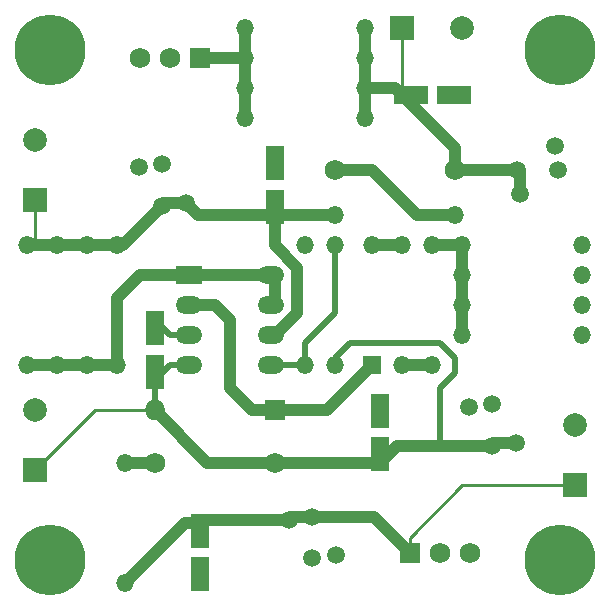
<source format=gtl>
G04 (created by PCBNEW (2013-07-07 BZR 4022)-stable) date 5/10/2015 12:25:42 PM*
%MOIN*%
G04 Gerber Fmt 3.4, Leading zero omitted, Abs format*
%FSLAX34Y34*%
G01*
G70*
G90*
G04 APERTURE LIST*
%ADD10C,0.00590551*%
%ADD11R,0.069X0.069*%
%ADD12C,0.069*%
%ADD13O,0.059X0.059*%
%ADD14R,0.059X0.059*%
%ADD15R,0.0885X0.059*%
%ADD16O,0.0885X0.059*%
%ADD17O,0.069X0.069*%
%ADD18C,0.23622*%
%ADD19R,0.059X0.114*%
%ADD20R,0.114X0.059*%
%ADD21C,0.059*%
%ADD22R,0.079X0.079*%
%ADD23C,0.079*%
%ADD24C,0.02*%
%ADD25C,0.04*%
%ADD26C,0.01*%
G04 APERTURE END LIST*
G54D10*
G54D11*
X70250Y-61500D03*
G54D12*
X68250Y-61500D03*
X69250Y-61500D03*
G54D11*
X77250Y-78000D03*
G54D12*
X79250Y-78000D03*
X78250Y-78000D03*
G54D13*
X74750Y-66750D03*
X78750Y-66750D03*
X71750Y-61500D03*
X75750Y-61500D03*
X71750Y-62500D03*
X75750Y-62500D03*
X67750Y-79000D03*
X67750Y-75000D03*
X71750Y-63500D03*
X75750Y-63500D03*
X71750Y-60500D03*
X75750Y-60500D03*
X77000Y-71750D03*
X77000Y-67750D03*
X78000Y-67750D03*
X78000Y-71750D03*
X74750Y-67750D03*
X74750Y-71750D03*
X73750Y-67750D03*
X73750Y-71750D03*
X83000Y-67750D03*
X79000Y-67750D03*
X76000Y-67750D03*
G54D14*
X76000Y-71750D03*
G54D13*
X83000Y-68750D03*
X79000Y-68750D03*
X64500Y-67750D03*
X64500Y-71750D03*
X67500Y-67750D03*
X67500Y-71750D03*
X66500Y-67750D03*
X66500Y-71750D03*
X65500Y-67750D03*
X65500Y-71750D03*
X83000Y-69750D03*
X79000Y-69750D03*
X83000Y-70750D03*
X79000Y-70750D03*
G54D12*
X72750Y-75000D03*
X68750Y-75000D03*
X78750Y-65250D03*
X74750Y-65250D03*
G54D15*
X69897Y-68750D03*
G54D16*
X69897Y-69750D03*
X69897Y-70750D03*
X69897Y-71750D03*
X72602Y-71750D03*
X72602Y-70750D03*
X72602Y-68750D03*
X72602Y-69750D03*
G54D11*
X72750Y-73250D03*
G54D17*
X68750Y-73250D03*
G54D18*
X65250Y-61250D03*
X82250Y-61250D03*
X65250Y-78250D03*
X82250Y-78250D03*
G54D19*
X72750Y-66475D03*
X72750Y-65025D03*
X76250Y-73275D03*
X76250Y-74725D03*
X70250Y-78725D03*
X70250Y-77275D03*
G54D20*
X77275Y-62750D03*
X78725Y-62750D03*
G54D21*
X69787Y-66340D03*
X68212Y-65159D03*
X69000Y-66438D03*
X69000Y-65061D03*
X79212Y-73159D03*
X80787Y-74340D03*
X80000Y-73061D03*
X80000Y-74438D03*
X74787Y-78090D03*
X73212Y-76909D03*
X74000Y-78188D03*
X74000Y-76811D03*
X80909Y-66037D03*
X82090Y-64462D03*
X80811Y-65250D03*
X82188Y-65250D03*
G54D22*
X82750Y-75750D03*
G54D23*
X82750Y-73750D03*
G54D22*
X64750Y-75250D03*
G54D23*
X64750Y-73250D03*
G54D22*
X64750Y-66250D03*
G54D23*
X64750Y-64250D03*
G54D22*
X77000Y-60500D03*
G54D23*
X79000Y-60500D03*
G54D19*
X68750Y-70525D03*
X68750Y-71975D03*
G54D24*
X74750Y-67750D02*
X74750Y-70000D01*
X73750Y-71000D02*
X73750Y-71750D01*
X74750Y-70000D02*
X73750Y-71000D01*
X72750Y-71750D02*
X73750Y-71750D01*
X68750Y-70250D02*
X69250Y-70750D01*
X69250Y-70750D02*
X69750Y-70750D01*
G54D25*
X72750Y-66750D02*
X72750Y-67750D01*
X73500Y-70000D02*
X72750Y-70750D01*
X73500Y-68500D02*
X73500Y-70000D01*
X72750Y-67750D02*
X73500Y-68500D01*
G54D26*
X64500Y-67750D02*
X64750Y-67500D01*
X64750Y-67500D02*
X64750Y-66250D01*
G54D25*
X69000Y-66438D02*
X67688Y-67750D01*
X67688Y-67750D02*
X67500Y-67750D01*
X66500Y-67750D02*
X67500Y-67750D01*
X65500Y-67750D02*
X66500Y-67750D01*
X64500Y-67750D02*
X65500Y-67750D01*
X69787Y-66340D02*
X70196Y-66750D01*
X70196Y-66750D02*
X72750Y-66750D01*
X69000Y-66438D02*
X69098Y-66340D01*
X69098Y-66340D02*
X69787Y-66340D01*
X72750Y-66750D02*
X74750Y-66750D01*
X72750Y-69750D02*
X72750Y-68750D01*
X69750Y-68750D02*
X72750Y-68750D01*
X67500Y-71750D02*
X67500Y-69500D01*
X68250Y-68750D02*
X69750Y-68750D01*
X67500Y-69500D02*
X68250Y-68750D01*
X66500Y-71750D02*
X67500Y-71750D01*
X65500Y-71750D02*
X66500Y-71750D01*
X64500Y-71750D02*
X65500Y-71750D01*
G54D24*
X68750Y-72250D02*
X68750Y-73250D01*
X69750Y-71750D02*
X69250Y-71750D01*
X69250Y-71750D02*
X68750Y-72250D01*
X74750Y-71750D02*
X74750Y-71500D01*
X78250Y-72500D02*
X78250Y-74438D01*
X78750Y-72000D02*
X78250Y-72500D01*
X78750Y-71500D02*
X78750Y-72000D01*
X78250Y-71000D02*
X78750Y-71500D01*
X75250Y-71000D02*
X78250Y-71000D01*
X74750Y-71500D02*
X75250Y-71000D01*
G54D25*
X72750Y-75000D02*
X76250Y-75000D01*
X76250Y-75000D02*
X76811Y-74438D01*
X76811Y-74438D02*
X78250Y-74438D01*
X78250Y-74438D02*
X80000Y-74438D01*
X80787Y-74340D02*
X80098Y-74340D01*
X80098Y-74340D02*
X80000Y-74438D01*
X68750Y-73250D02*
X70500Y-75000D01*
X70500Y-75000D02*
X72750Y-75000D01*
G54D26*
X64750Y-75250D02*
X66750Y-73250D01*
X66750Y-73250D02*
X68750Y-73250D01*
X77250Y-78000D02*
X77250Y-77500D01*
X79000Y-75750D02*
X82750Y-75750D01*
X77250Y-77500D02*
X79000Y-75750D01*
G54D25*
X74000Y-76811D02*
X76061Y-76811D01*
X76061Y-76811D02*
X77250Y-78000D01*
X70250Y-77000D02*
X70340Y-76909D01*
X70340Y-76909D02*
X73212Y-76909D01*
X73212Y-76909D02*
X73311Y-76811D01*
X73311Y-76811D02*
X74000Y-76811D01*
X67750Y-79000D02*
X69750Y-77000D01*
X69750Y-77000D02*
X70250Y-77000D01*
X74750Y-65250D02*
X75750Y-65250D01*
X77500Y-66750D02*
X78750Y-66750D01*
X76000Y-65250D02*
X77500Y-66750D01*
X75750Y-65250D02*
X76000Y-65250D01*
X67750Y-75000D02*
X68750Y-75000D01*
X76000Y-67750D02*
X77000Y-67750D01*
X77000Y-71750D02*
X78000Y-71750D01*
X78000Y-67750D02*
X79000Y-67750D01*
X79000Y-70750D02*
X79000Y-69750D01*
X79000Y-69750D02*
X79000Y-68750D01*
X79000Y-67750D02*
X79000Y-68750D01*
X77000Y-62750D02*
X78750Y-64500D01*
X78750Y-64500D02*
X78750Y-65250D01*
X78750Y-65250D02*
X80811Y-65250D01*
X80909Y-66037D02*
X80909Y-65348D01*
X80909Y-65348D02*
X80811Y-65250D01*
G54D26*
X77000Y-62750D02*
X77000Y-60500D01*
G54D25*
X75750Y-62500D02*
X76750Y-62500D01*
X76750Y-62500D02*
X77000Y-62750D01*
X75750Y-63500D02*
X75750Y-62500D01*
X75750Y-62500D02*
X75750Y-61500D01*
X75750Y-60500D02*
X75750Y-61500D01*
X76000Y-71750D02*
X74500Y-73250D01*
X74500Y-73250D02*
X72750Y-73250D01*
X69750Y-69750D02*
X70750Y-69750D01*
X72000Y-73250D02*
X72750Y-73250D01*
X71250Y-72500D02*
X72000Y-73250D01*
X71250Y-70250D02*
X71250Y-72500D01*
X70750Y-69750D02*
X71250Y-70250D01*
X70250Y-61500D02*
X71750Y-61500D01*
X71750Y-63500D02*
X71750Y-62500D01*
X71750Y-62500D02*
X71750Y-61500D01*
X71750Y-60500D02*
X71750Y-61500D01*
M02*

</source>
